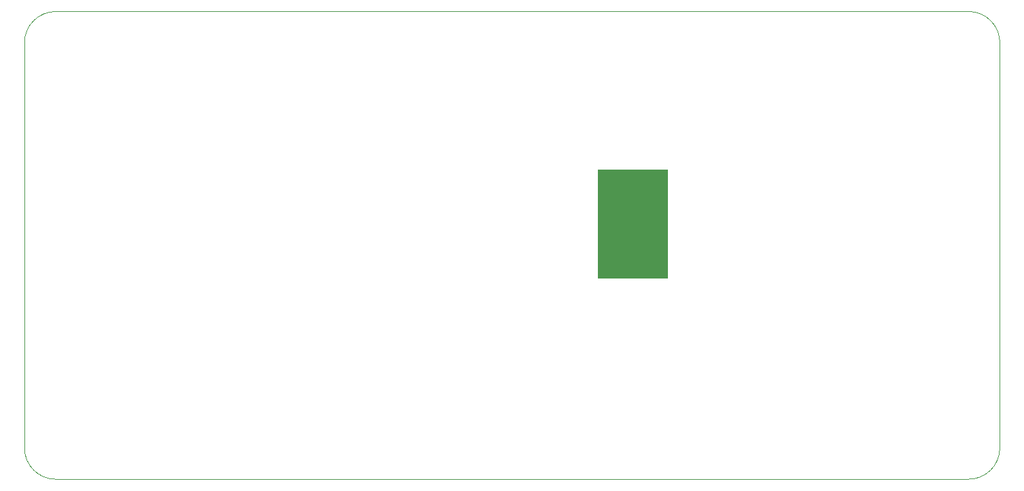
<source format=gbr>
%TF.GenerationSoftware,Altium Limited,Altium Designer,25.8.1 (18)*%
G04 Layer_Color=0*
%FSLAX45Y45*%
%MOMM*%
%TF.SameCoordinates,177DAE0C-5750-4891-A40F-8E88CBB746AF*%
%TF.FilePolarity,Positive*%
%TF.FileFunction,Profile,NP*%
%TF.Part,Single*%
G01*
G75*
%TA.AperFunction,Profile*%
%ADD120C,0.02540*%
G36*
X7350000Y2572500D02*
Y3972500D01*
X8250000D01*
Y2572500D01*
X7350000D01*
D02*
G37*
D120*
X0Y400000D02*
X-1Y5600000D01*
D02*
G02*
X400000Y6000000I400000J-0D01*
G01*
X12100000Y5999999D01*
D02*
G02*
X12500000Y5600000I1J-399999D01*
G01*
X12500000Y400000D01*
D02*
G02*
X12100000Y0I-400000J-0D01*
G01*
X400000Y-1D01*
D02*
G02*
X0Y400000I0J400000D01*
G01*
%TF.MD5,a5926c0334652d6ba942161a48a454d4*%
M02*

</source>
